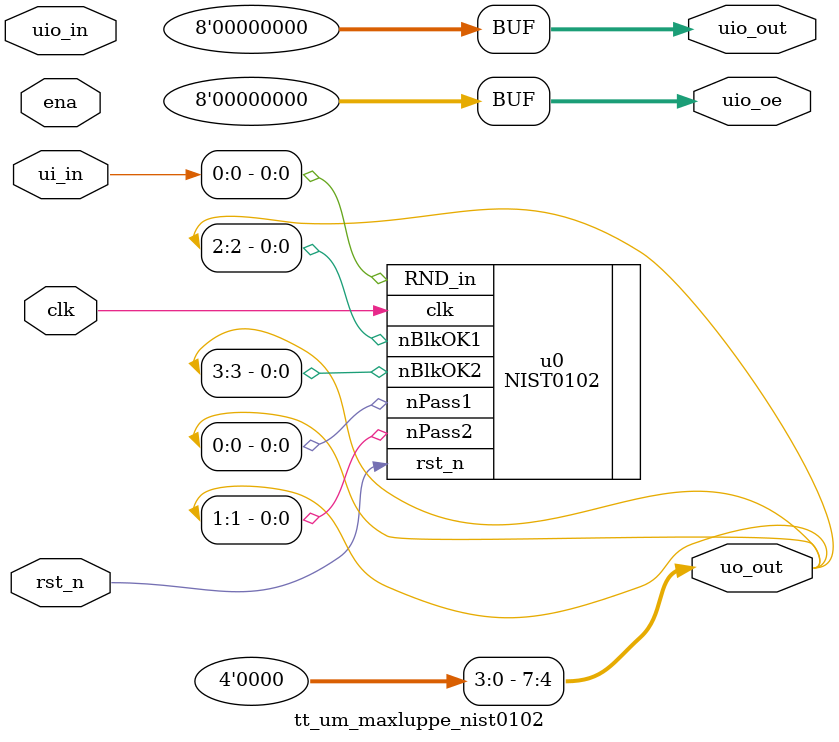
<source format=v>

/*
 * Copyright (c) 2024 Maximiliam Luppe
 * SPDX-License-Identifier: Apache-2.0
 */

`default_nettype none

module tt_um_maxluppe_nist0102 (
    input  wire [7:0] ui_in,    // Dedicated inputs
    output wire [7:0] uo_out,   // Dedicated outputs
    input  wire [7:0] uio_in,   // IOs: Input path
    output wire [7:0] uio_out,  // IOs: Output path
    output wire [7:0] uio_oe,   // IOs: Enable path (active high: 0=input, 1=output)
    input  wire       ena,      // always 1 when the design is powered, so you can ignore it
    input  wire       clk,      // clock
    input  wire       rst_n     // reset_n - low to reset
);

  // All output pins must be assigned. If not used, assign to 0.
assign uo_out[7:4]  = 0;
assign uio_out = 0;
assign uio_oe  = 0;

NIST0102 u0 (
    .clk(clk),
    .rst_n(rst_n),
    .RND_in(ui_in[0]),
    .nPass1(uo_out[0]),
    .nPass2(uo_out[1]),
    .nBlkOK1(uo_out[2]),
    .nBlkOK2(uo_out[3])
);

endmodule

</source>
